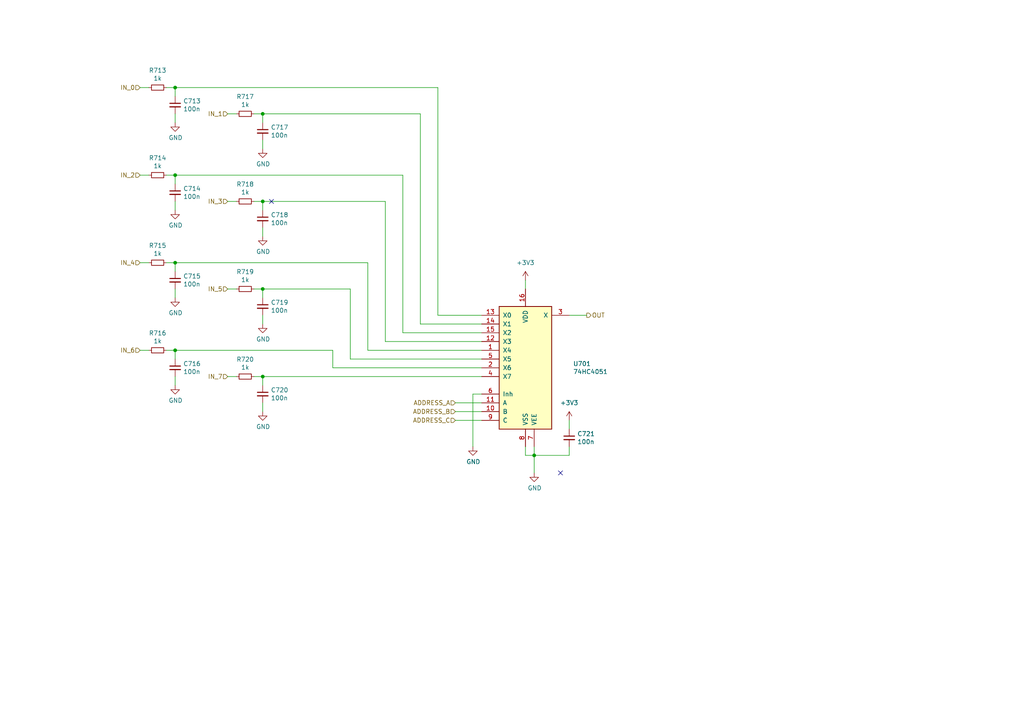
<source format=kicad_sch>
(kicad_sch (version 20211123) (generator eeschema)
  (paper "A4")
  (lib_symbols
    (symbol "power:+3V3" (power) (pin_names (offset 0))
      (property "Value" "+3V3" (at 0 3.556 0))
      (symbol "+3V3_0_1"
        (polyline (pts (xy -0.762 1.27) (xy 0 2.54)))
        (polyline (pts (xy 0 0) (xy 0 2.54)))
        (polyline (pts (xy 0 2.54) (xy 0.762 1.27)))
      )
      (symbol "+3V3_1_1"
        (pin power_in line (at 0 0 90) (length 0) hide (name "+3V3") (number "1"))
      )
    )
    (symbol "power:GND" (power) (pin_names (offset 0))
      (property "Value" "GND" (at 0 -3.81 0))
      (symbol "GND_0_1"
        (polyline (pts (xy 0 0) (xy 0 -1.27) (xy 1.27 -1.27) (xy 0 -2.54) (xy -1.27 -1.27) (xy 0 -1.27)))
      )
      (symbol "GND_1_1"
        (pin power_in line (at 0 0 270) (length 0) hide (name "GND") (number "1"))
      )
    )
    (symbol "suku_basics:74HC4051" (pin_names (offset 1.016))
      (property "Reference" "U" (at -7.62 19.05 0))
      (property "Value" "74HC4051" (at -7.62 -19.05 0))
      (symbol "74HC4051_1_0"
        (pin passive line (at -12.7 5.08 0) (length 5.08) (name "X4") (number "1"))
        (pin input line (at -12.7 -12.7 0) (length 5.08) (name "B") (number "10"))
        (pin input line (at -12.7 -10.16 0) (length 5.08) (name "A") (number "11"))
        (pin passive line (at -12.7 7.62 0) (length 5.08) (name "X3") (number "12"))
        (pin passive line (at -12.7 15.24 0) (length 5.08) (name "X0") (number "13"))
        (pin passive line (at -12.7 12.7 0) (length 5.08) (name "X1") (number "14"))
        (pin passive line (at -12.7 10.16 0) (length 5.08) (name "X2") (number "15"))
        (pin power_in line (at 0 22.86 270) (length 5.08) (name "VDD") (number "16"))
        (pin passive line (at -12.7 0 0) (length 5.08) (name "X6") (number "2"))
        (pin passive line (at 12.7 15.24 180) (length 5.08) (name "X") (number "3"))
        (pin passive line (at -12.7 -2.54 0) (length 5.08) (name "X7") (number "4"))
        (pin passive line (at -12.7 2.54 0) (length 5.08) (name "X5") (number "5"))
        (pin input line (at -12.7 -7.62 0) (length 5.08) (name "Inh") (number "6"))
        (pin power_in line (at 2.54 -22.86 90) (length 5.08) (name "VEE") (number "7"))
        (pin power_in line (at 0 -22.86 90) (length 5.08) (name "VSS") (number "8"))
        (pin input line (at -12.7 -15.24 0) (length 5.08) (name "C") (number "9"))
      )
      (symbol "74HC4051_1_1"
        (rectangle (start -7.62 17.78) (end 7.62 -17.78) (stroke (width 0.254)) (fill (type background)))
      )
    )
    (symbol "suku_basics:CAP" (pin_numbers hide) (pin_names (offset 0.254) hide)
      (property "Reference" "C" (at 0.254 1.778 0))
      (property "Value" "CAP" (at 0.254 -2.032 0))
      (symbol "CAP_0_1"
        (polyline (pts (xy -1.524 -0.508) (xy 1.524 -0.508)) (stroke (width 0.3302)))
        (polyline (pts (xy -1.524 0.508) (xy 1.524 0.508)) (stroke (width 0.3048)))
      )
      (symbol "CAP_1_1"
        (pin passive line (at 0 2.54 270) (length 2.032) (name "~") (number "1"))
        (pin passive line (at 0 -2.54 90) (length 2.032) (name "~") (number "2"))
      )
    )
    (symbol "suku_basics:RES" (pin_numbers hide) (pin_names (offset 0.254) hide)
      (property "Reference" "R" (at 0.762 0.508 0))
      (property "Value" "RES" (at 0.762 -1.016 0))
      (symbol "RES_1_1"
        (rectangle (start -0.762 1.778) (end 0.762 -1.778) (stroke (width 0.2032)))
        (pin passive line (at 0 2.54 270) (length 0.762) (name "~") (number "1"))
        (pin passive line (at 0 -2.54 90) (length 0.762) (name "~") (number "2"))
      )
    )
  )
  (junction (at 76.2 58.42))
  (junction (at 50.8 50.8))
  (junction (at 76.2 33.02))
  (junction (at 76.2 109.22))
  (junction (at 50.8 76.2))
  (junction (at 50.8 101.6))
  (junction (at 76.2 83.82))
  (junction (at 50.8 25.4))
  (junction (at 154.94 132.08))
  (no_connect (at 162.56 137.16))
  (no_connect (at 78.74 58.42))
  (wire (pts (xy 76.2 83.82) (xy 101.6 83.82)))
  (wire (pts (xy 50.8 35.56) (xy 50.8 33.02)))
  (wire (pts (xy 106.68 76.2) (xy 106.68 101.6)))
  (wire (pts (xy 76.2 60.96) (xy 76.2 58.42)))
  (wire (pts (xy 139.7 91.44) (xy 127 91.44)))
  (wire (pts (xy 50.8 111.76) (xy 50.8 109.22)))
  (wire (pts (xy 152.4 129.54) (xy 152.4 132.08)))
  (wire (pts (xy 50.8 60.96) (xy 50.8 58.42)))
  (wire (pts (xy 165.1 132.08) (xy 165.1 129.54)))
  (wire (pts (xy 76.2 109.22) (xy 139.7 109.22)))
  (wire (pts (xy 50.8 104.14) (xy 50.8 101.6)))
  (wire (pts (xy 40.64 25.4) (xy 43.18 25.4)))
  (wire (pts (xy 50.8 25.4) (xy 127 25.4)))
  (wire (pts (xy 137.16 114.3) (xy 139.7 114.3)))
  (wire (pts (xy 152.4 81.28) (xy 152.4 83.82)))
  (wire (pts (xy 101.6 104.14) (xy 139.7 104.14)))
  (wire (pts (xy 76.2 68.58) (xy 76.2 66.04)))
  (wire (pts (xy 76.2 33.02) (xy 121.92 33.02)))
  (wire (pts (xy 40.64 76.2) (xy 43.18 76.2)))
  (wire (pts (xy 76.2 58.42) (xy 111.76 58.42)))
  (wire (pts (xy 50.8 86.36) (xy 50.8 83.82)))
  (wire (pts (xy 96.52 106.68) (xy 139.7 106.68)))
  (wire (pts (xy 50.8 101.6) (xy 96.52 101.6)))
  (wire (pts (xy 111.76 58.42) (xy 111.76 99.06)))
  (wire (pts (xy 101.6 83.82) (xy 101.6 104.14)))
  (wire (pts (xy 116.84 50.8) (xy 116.84 96.52)))
  (wire (pts (xy 165.1 121.92) (xy 165.1 124.46)))
  (wire (pts (xy 121.92 33.02) (xy 121.92 93.98)))
  (wire (pts (xy 48.26 76.2) (xy 50.8 76.2)))
  (wire (pts (xy 50.8 27.94) (xy 50.8 25.4)))
  (wire (pts (xy 50.8 50.8) (xy 116.84 50.8)))
  (wire (pts (xy 96.52 101.6) (xy 96.52 106.68)))
  (wire (pts (xy 154.94 137.16) (xy 154.94 132.08)))
  (wire (pts (xy 68.58 109.22) (xy 66.04 109.22)))
  (wire (pts (xy 68.58 33.02) (xy 66.04 33.02)))
  (wire (pts (xy 50.8 25.4) (xy 48.26 25.4)))
  (wire (pts (xy 106.68 101.6) (xy 139.7 101.6)))
  (wire (pts (xy 50.8 78.74) (xy 50.8 76.2)))
  (wire (pts (xy 127 25.4) (xy 127 91.44)))
  (wire (pts (xy 137.16 129.54) (xy 137.16 114.3)))
  (wire (pts (xy 48.26 101.6) (xy 50.8 101.6)))
  (wire (pts (xy 132.08 116.84) (xy 139.7 116.84)))
  (wire (pts (xy 68.58 83.82) (xy 66.04 83.82)))
  (wire (pts (xy 73.66 109.22) (xy 76.2 109.22)))
  (wire (pts (xy 73.66 58.42) (xy 76.2 58.42)))
  (wire (pts (xy 116.84 96.52) (xy 139.7 96.52)))
  (wire (pts (xy 76.2 43.18) (xy 76.2 40.64)))
  (wire (pts (xy 154.94 132.08) (xy 165.1 132.08)))
  (wire (pts (xy 111.76 99.06) (xy 139.7 99.06)))
  (wire (pts (xy 48.26 50.8) (xy 50.8 50.8)))
  (wire (pts (xy 76.2 119.38) (xy 76.2 116.84)))
  (wire (pts (xy 132.08 121.92) (xy 139.7 121.92)))
  (wire (pts (xy 139.7 119.38) (xy 132.08 119.38)))
  (wire (pts (xy 76.2 93.98) (xy 76.2 91.44)))
  (wire (pts (xy 152.4 132.08) (xy 154.94 132.08)))
  (wire (pts (xy 68.58 58.42) (xy 66.04 58.42)))
  (wire (pts (xy 154.94 132.08) (xy 154.94 129.54)))
  (wire (pts (xy 76.2 86.36) (xy 76.2 83.82)))
  (wire (pts (xy 40.64 50.8) (xy 43.18 50.8)))
  (wire (pts (xy 73.66 83.82) (xy 76.2 83.82)))
  (wire (pts (xy 76.2 35.56) (xy 76.2 33.02)))
  (wire (pts (xy 73.66 33.02) (xy 76.2 33.02)))
  (wire (pts (xy 76.2 111.76) (xy 76.2 109.22)))
  (wire (pts (xy 50.8 50.8) (xy 50.8 53.34)))
  (wire (pts (xy 121.92 93.98) (xy 139.7 93.98)))
  (wire (pts (xy 50.8 76.2) (xy 106.68 76.2)))
  (wire (pts (xy 40.64 101.6) (xy 43.18 101.6)))
  (wire (pts (xy 165.1 91.44) (xy 170.18 91.44)))
  (hierarchical_label "IN_1" (shape input) (at 66.04 33.02 180))
  (hierarchical_label "IN_7" (shape input) (at 66.04 109.22 180))
  (hierarchical_label "IN_2" (shape input) (at 40.64 50.8 180))
  (hierarchical_label "IN_0" (shape input) (at 40.64 25.4 180))
  (hierarchical_label "OUT" (shape output) (at 170.18 91.44 0))
  (hierarchical_label "ADDRESS_C" (shape input) (at 132.08 121.92 180))
  (hierarchical_label "IN_5" (shape input) (at 66.04 83.82 180))
  (hierarchical_label "ADDRESS_B" (shape input) (at 132.08 119.38 180))
  (hierarchical_label "IN_4" (shape input) (at 40.64 76.2 180))
  (hierarchical_label "IN_3" (shape input) (at 66.04 58.42 180))
  (hierarchical_label "ADDRESS_A" (shape input) (at 132.08 116.84 180))
  (hierarchical_label "IN_6" (shape input) (at 40.64 101.6 180))
  (symbol (lib_id "suku_basics:CAP") (at 165.1 127 0) (unit 1)
    (property "Reference" "C721" (at 167.4368 125.8316 0) (effects (justify left)))
    (property "Value" "100n" (at 167.4368 128.143 0) (effects (justify left)))
    (property "Footprint" "suku_basics:CAP_0402" (effects hide))
  )
  (symbol (lib_id "power:GND") (at 154.94 137.16 0) (unit 1)
    (property "Reference" "#PWR0779" (effects hide))
    (property "Value" "GND" (at 155.067 141.5542 0))
  )
  (symbol (lib_id "suku_basics:RES") (at 45.72 25.4 270) (unit 1)
    (property "Reference" "R713" (at 45.72 20.4216 90))
    (property "Value" "1k" (at 45.72 22.733 90))
    (property "Footprint" "suku_basics:RES_0402" (effects hide))
  )
  (symbol (lib_id "suku_basics:RES") (at 71.12 33.02 270) (unit 1)
    (property "Reference" "R717" (at 71.12 28.0416 90))
    (property "Value" "1k" (at 71.12 30.353 90))
    (property "Footprint" "suku_basics:RES_0402" (effects hide))
  )
  (symbol (lib_id "suku_basics:RES") (at 45.72 50.8 270) (unit 1)
    (property "Reference" "R714" (at 45.72 45.8216 90))
    (property "Value" "1k" (at 45.72 48.133 90))
    (property "Footprint" "suku_basics:RES_0402" (effects hide))
  )
  (symbol (lib_id "suku_basics:RES") (at 71.12 58.42 270) (unit 1)
    (property "Reference" "R718" (at 71.12 53.4416 90))
    (property "Value" "1k" (at 71.12 55.753 90))
    (property "Footprint" "suku_basics:RES_0402" (effects hide))
  )
  (symbol (lib_id "suku_basics:RES") (at 45.72 76.2 270) (unit 1)
    (property "Reference" "R715" (at 45.72 71.2216 90))
    (property "Value" "1k" (at 45.72 73.533 90))
    (property "Footprint" "suku_basics:RES_0402" (effects hide))
  )
  (symbol (lib_id "suku_basics:RES") (at 71.12 83.82 270) (unit 1)
    (property "Reference" "R719" (at 71.12 78.8416 90))
    (property "Value" "1k" (at 71.12 81.153 90))
    (property "Footprint" "suku_basics:RES_0402" (effects hide))
  )
  (symbol (lib_id "suku_basics:RES") (at 45.72 101.6 270) (unit 1)
    (property "Reference" "R716" (at 45.72 96.6216 90))
    (property "Value" "1k" (at 45.72 98.933 90))
    (property "Footprint" "suku_basics:RES_0402" (effects hide))
  )
  (symbol (lib_id "suku_basics:RES") (at 71.12 109.22 270) (unit 1)
    (property "Reference" "R720" (at 71.12 104.2416 90))
    (property "Value" "1k" (at 71.12 106.553 90))
    (property "Footprint" "suku_basics:RES_0402" (effects hide))
  )
  (symbol (lib_id "suku_basics:CAP") (at 50.8 30.48 0) (unit 1)
    (property "Reference" "C713" (at 53.1368 29.3116 0) (effects (justify left)))
    (property "Value" "100n" (at 53.1368 31.623 0) (effects (justify left)))
    (property "Footprint" "suku_basics:CAP_0402" (effects hide))
  )
  (symbol (lib_id "power:GND") (at 50.8 35.56 0) (unit 1)
    (property "Reference" "#PWR0769" (effects hide))
    (property "Value" "GND" (at 50.927 39.9542 0))
  )
  (symbol (lib_id "suku_basics:CAP") (at 76.2 38.1 0) (unit 1)
    (property "Reference" "C717" (at 78.5368 36.9316 0) (effects (justify left)))
    (property "Value" "100n" (at 78.5368 39.243 0) (effects (justify left)))
    (property "Footprint" "suku_basics:CAP_0402" (effects hide))
  )
  (symbol (lib_id "power:GND") (at 76.2 43.18 0) (unit 1)
    (property "Reference" "#PWR0773" (effects hide))
    (property "Value" "GND" (at 76.327 47.5742 0))
  )
  (symbol (lib_id "suku_basics:CAP") (at 50.8 55.88 0) (unit 1)
    (property "Reference" "C714" (at 53.1368 54.7116 0) (effects (justify left)))
    (property "Value" "100n" (at 53.1368 57.023 0) (effects (justify left)))
    (property "Footprint" "suku_basics:CAP_0402" (effects hide))
  )
  (symbol (lib_id "power:GND") (at 50.8 60.96 0) (unit 1)
    (property "Reference" "#PWR0770" (effects hide))
    (property "Value" "GND" (at 50.927 65.3542 0))
  )
  (symbol (lib_id "suku_basics:CAP") (at 76.2 63.5 0) (unit 1)
    (property "Reference" "C718" (at 78.5368 62.3316 0) (effects (justify left)))
    (property "Value" "100n" (at 78.5368 64.643 0) (effects (justify left)))
    (property "Footprint" "suku_basics:CAP_0402" (effects hide))
  )
  (symbol (lib_id "power:GND") (at 76.2 68.58 0) (unit 1)
    (property "Reference" "#PWR0774" (effects hide))
    (property "Value" "GND" (at 76.327 72.9742 0))
  )
  (symbol (lib_id "suku_basics:CAP") (at 50.8 81.28 0) (unit 1)
    (property "Reference" "C715" (at 53.1368 80.1116 0) (effects (justify left)))
    (property "Value" "100n" (at 53.1368 82.423 0) (effects (justify left)))
    (property "Footprint" "suku_basics:CAP_0402" (effects hide))
  )
  (symbol (lib_id "power:GND") (at 50.8 86.36 0) (unit 1)
    (property "Reference" "#PWR0771" (effects hide))
    (property "Value" "GND" (at 50.927 90.7542 0))
  )
  (symbol (lib_id "suku_basics:CAP") (at 76.2 88.9 0) (unit 1)
    (property "Reference" "C719" (at 78.5368 87.7316 0) (effects (justify left)))
    (property "Value" "100n" (at 78.5368 90.043 0) (effects (justify left)))
    (property "Footprint" "suku_basics:CAP_0402" (effects hide))
  )
  (symbol (lib_id "power:GND") (at 76.2 93.98 0) (unit 1)
    (property "Reference" "#PWR0775" (effects hide))
    (property "Value" "GND" (at 76.327 98.3742 0))
  )
  (symbol (lib_id "suku_basics:CAP") (at 50.8 106.68 0) (unit 1)
    (property "Reference" "C716" (at 53.1368 105.5116 0) (effects (justify left)))
    (property "Value" "100n" (at 53.1368 107.823 0) (effects (justify left)))
    (property "Footprint" "suku_basics:CAP_0402" (effects hide))
  )
  (symbol (lib_id "power:GND") (at 50.8 111.76 0) (unit 1)
    (property "Reference" "#PWR0772" (effects hide))
    (property "Value" "GND" (at 50.927 116.1542 0))
  )
  (symbol (lib_id "suku_basics:CAP") (at 76.2 114.3 0) (unit 1)
    (property "Reference" "C720" (at 78.5368 113.1316 0) (effects (justify left)))
    (property "Value" "100n" (at 78.5368 115.443 0) (effects (justify left)))
    (property "Footprint" "suku_basics:CAP_0402" (effects hide))
  )
  (symbol (lib_id "power:GND") (at 76.2 119.38 0) (unit 1)
    (property "Reference" "#PWR0776" (effects hide))
    (property "Value" "GND" (at 76.327 123.7742 0))
  )
  (symbol (lib_id "power:GND") (at 137.16 129.54 0) (unit 1)
    (property "Reference" "#PWR0777" (effects hide))
    (property "Value" "GND" (at 137.287 133.9342 0))
  )
  (symbol (lib_id "suku_basics:74HC4051") (at 152.4 106.68 0) (unit 1)
    (property "Reference" "U701" (at 166.2176 105.5116 0) (effects (justify left)))
    (property "Value" "74HC4051" (at 166.2176 107.823 0) (effects (justify left)))
    (property "Footprint" "suku_basics:SOIC-16_74HC4051" (effects hide))
    (property "Datasheet" "http://www.intersil.com/content/dam/Intersil/documents/cd40/cd4051bms-52bms-53bms.pdf" (effects hide))
  )
  (symbol (lib_id "power:+3V3") (at 165.1 121.92 0) (unit 1)
    (property "Reference" "#PWR0780" (effects hide))
    (property "Value" "+3V3" (at 165.1 116.84 0))
  )
  (symbol (lib_id "power:+3V3") (at 152.4 81.28 0) (unit 1)
    (property "Reference" "#PWR0778" (effects hide))
    (property "Value" "+3V3" (at 152.4 76.2 0))
  )
)
</source>
